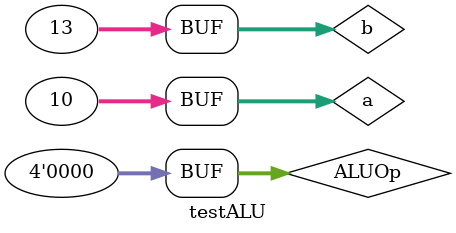
<source format=v>
module testALU();
  reg [31:0] a, b; 
  reg [3:0] ALUOp;
  wire [31:0] result;
  wire Zero;
  ALU alu(a, b, ALUOp, result, Zero);
  initial begin
    #100
      a = 31'd10;
      b = 31'd13;
    #100
      ALUOp = 4'd0; 
    #100
      ALUOp = 4'b1001;
    #100
      ALUOp = 4'b0100;
    #100 
      ALUOp = 4'd1;
    #100
      ALUOp = 4'd0;
  end 
endmodule 
</source>
